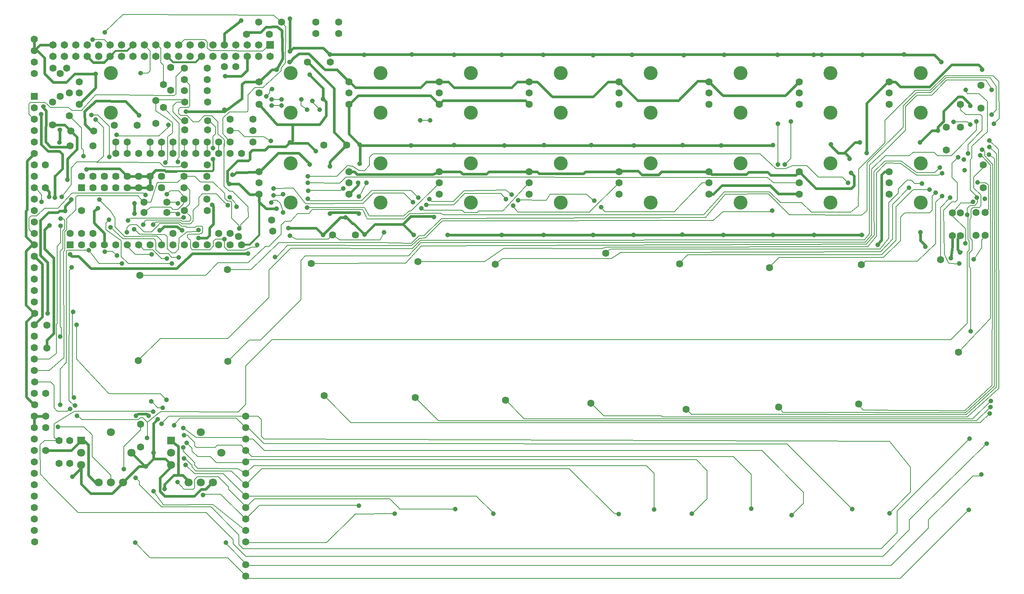
<source format=gbl>
%FSLAX33Y33*%
%MOMM*%
%AMRect-W1650000-H1650000-RO0.500*
21,1,1.65,1.65,0.,0.,270*%
%AMRect-W1600000-H1600000-RO0.500*
21,1,1.6,1.6,0.,0.,270*%
%ADD10C,0.2032*%
%ADD11C,0.6096*%
%ADD12C,0.381*%
%ADD13C,1.0668*%
%ADD14C,1.6*%
%ADD15C,1.6*%
%ADD16R,1.8X1.8*%
%ADD17C,1.8*%
%ADD18C,1.6*%
%ADD19C,3.1*%
%ADD20C,1.6*%
%ADD21R,1.62X1.62*%
%ADD22C,1.62*%
%ADD23R,1.6X1.6*%
%ADD24C,1.65*%
%ADD25Rect-W1650000-H1650000-RO0.500*%
%ADD26Rect-W1600000-H1600000-RO0.500*%
D10*
%LNbottom copper_traces*%
G01*
X217325Y97446D02*
X215300Y99471D01*
D11*
X40080Y21850D02*
X41050Y21850D01*
D10*
X23580Y80055D02*
X24275Y80750D01*
X203350Y76525D02*
X203350Y85675D01*
D11*
X1118Y78082D02*
X1118Y83764D01*
D10*
X151750Y82900D02*
X151950Y83100D01*
D11*
X63975Y118775D02*
X67600Y115150D01*
X54480Y124675D02*
X53323Y123518D01*
D10*
X33201Y88236D02*
X32489Y87525D01*
X39932Y78754D02*
X40168Y78754D01*
X48481Y9609D02*
X49403Y8687D01*
X205249Y74143D02*
X205150Y83950D01*
D11*
X50952Y95297D02*
X50952Y96791D01*
X161750Y92425D02*
X161250Y91925D01*
D10*
X152550Y26050D02*
X150125Y28475D01*
D11*
X213625Y115487D02*
X212812Y116300D01*
D10*
X204750Y92116D02*
X203961Y91700D01*
D11*
X90125Y112500D02*
X95050Y112500D01*
D10*
X206725Y55150D02*
X55875Y55150D01*
D11*
X29973Y92837D02*
X31962Y92837D01*
D10*
X211487Y77244D02*
X211487Y75038D01*
X77531Y93931D02*
X77531Y95719D01*
D11*
X75013Y109450D02*
X73063Y107500D01*
D10*
X184800Y17450D02*
X170325Y31925D01*
X35515Y106820D02*
X37309Y106820D01*
X38890Y99125D02*
X38915Y99100D01*
X111869Y37531D02*
X211506Y37531D01*
X210375Y84395D02*
X210959Y84980D01*
X203350Y85675D02*
X204750Y87075D01*
X213041Y84548D02*
X213375Y84955D01*
X126825Y41025D02*
X129600Y38250D01*
D11*
X72939Y100878D02*
X75336Y98480D01*
D10*
X203350Y87821D02*
X202564Y87035D01*
X37031Y88975D02*
X36244Y88975D01*
X188245Y75845D02*
X190175Y78165D01*
X64025Y83175D02*
X64850Y84075D01*
D11*
X65672Y79930D02*
X67158Y78445D01*
X45925Y90215D02*
X45925Y92630D01*
X96350Y111200D02*
X95050Y112500D01*
D10*
X85600Y72175D02*
X89050Y76000D01*
D11*
X75013Y109450D02*
X91040Y109450D01*
D10*
X199250Y72600D02*
X203350Y76525D01*
X211421Y95537D02*
X211027Y95144D01*
D11*
X6350Y86900D02*
X6350Y87975D01*
D10*
X41430Y120040D02*
X42095Y119375D01*
X2325Y82632D02*
X3532Y82632D01*
D11*
X169890Y109400D02*
X172990Y112500D01*
X74411Y111225D02*
X73063Y112573D01*
D10*
X50586Y82400D02*
X48925Y80739D01*
X21110Y99125D02*
X21135Y99100D01*
X52050Y111175D02*
X53869Y111175D01*
X30000Y108466D02*
X30000Y106050D01*
X131225Y75300D02*
X129975Y74750D01*
X53462Y37338D02*
X53462Y33649D01*
X199075Y91700D02*
X195525Y94394D01*
X17675Y104571D02*
X19700Y102571D01*
D11*
X91610Y91935D02*
X93040Y92500D01*
D10*
X23580Y79025D02*
X23580Y80055D01*
X86710Y88375D02*
X88525Y86560D01*
X207005Y91200D02*
X207005Y94417D01*
X28138Y36771D02*
X28136Y36771D01*
X19700Y95750D02*
X19700Y102571D01*
X48411Y101665D02*
X49787Y100290D01*
D11*
X10350Y90750D02*
X10350Y95315D01*
D12*
X49075Y76290D02*
X50850Y76290D01*
D10*
X195050Y87787D02*
X192900Y85637D01*
X162325Y17525D02*
X162325Y25200D01*
D11*
X98250Y91950D02*
X97700Y92500D01*
X5850Y53320D02*
X5850Y55085D01*
X50584Y94929D02*
X50952Y95297D01*
X50648Y123518D02*
X50177Y123047D01*
D10*
X35113Y105412D02*
X35113Y106418D01*
X7395Y44975D02*
X6650Y45720D01*
D11*
X7600Y91600D02*
X7700Y91600D01*
D10*
X126415Y83475D02*
X132990Y90000D01*
X75225Y92785D02*
X76385Y92785D01*
X36335Y121905D02*
X35080Y120650D01*
X205819Y112875D02*
X202494Y109550D01*
D11*
X176740Y88750D02*
X184600Y88750D01*
X32241Y92558D02*
X34620Y92608D01*
D10*
X43513Y87570D02*
X44094Y86989D01*
X36550Y28725D02*
X38100Y27175D01*
X38350Y21850D02*
X38675Y22175D01*
X31270Y99125D02*
X31295Y99100D01*
X62300Y64075D02*
X62300Y72800D01*
D11*
X39484Y77750D02*
X41320Y77750D01*
D10*
X39573Y85088D02*
X39573Y86757D01*
X140725Y74525D02*
X133325Y74525D01*
D11*
X8718Y101479D02*
X8718Y99383D01*
D10*
X36150Y30322D02*
X36150Y31164D01*
X45300Y75743D02*
X45300Y77485D01*
D11*
X5646Y106050D02*
X5021Y106675D01*
D10*
X88250Y72475D02*
X103085Y72475D01*
X166450Y88000D02*
X156325Y87975D01*
X210007Y76581D02*
X210007Y79821D01*
X13500Y97700D02*
X13500Y102220D01*
X44964Y100975D02*
X44964Y104395D01*
X28750Y99105D02*
X28750Y96585D01*
X40400Y80254D02*
X40400Y78990D01*
D11*
X16281Y81130D02*
X18635Y78777D01*
D10*
X63250Y73750D02*
X86166Y73750D01*
X164300Y96500D02*
X167900Y93200D01*
X32850Y102425D02*
X30716Y100429D01*
D11*
X3000Y58420D02*
X4819Y60239D01*
X59792Y119232D02*
X59792Y126594D01*
D10*
X59848Y78303D02*
X61204Y77475D01*
X5950Y107425D02*
X5939Y107425D01*
X44964Y104395D02*
X46344Y105775D01*
X50535Y28475D02*
X50000Y27940D01*
X31295Y76265D02*
X31295Y77184D01*
D11*
X58077Y123926D02*
X58179Y117642D01*
X26225Y26925D02*
X27844Y26925D01*
D10*
X135170Y75725D02*
X188245Y75845D01*
D11*
X41050Y21850D02*
X42700Y23500D01*
D10*
X13544Y106106D02*
X16675Y109568D01*
D11*
X84952Y80848D02*
X86654Y82550D01*
D10*
X210384Y109865D02*
X210015Y110693D01*
D11*
X41365Y77750D02*
X41953Y78337D01*
D10*
X42129Y29118D02*
X43450Y27797D01*
X77040Y81961D02*
X85203Y81961D01*
X32680Y100255D02*
X32659Y95136D01*
X24975Y127425D02*
X56185Y127325D01*
X42725Y100400D02*
X43300Y100975D01*
X190175Y78165D02*
X190225Y92275D01*
X195550Y77200D02*
X191700Y73450D01*
D11*
X12875Y73700D02*
X11287Y73700D01*
D10*
X53275Y55050D02*
X62300Y64075D01*
X214817Y105756D02*
X214825Y105990D01*
X129125Y75375D02*
X130250Y75700D01*
X147925Y39675D02*
X149025Y38550D01*
X45350Y87633D02*
X45350Y86600D01*
X196102Y107152D02*
X199060Y110109D01*
X192325Y94400D02*
X195525Y94394D01*
X33725Y101150D02*
X33725Y103400D01*
X3000Y78825D02*
X3000Y78740D01*
D11*
X213625Y115200D02*
X213625Y115487D01*
D10*
X40400Y80254D02*
X40259Y80395D01*
X33550Y74460D02*
X32560Y75400D01*
X39017Y33388D02*
X49504Y33388D01*
X64025Y83175D02*
X61525Y83175D01*
X31700Y116200D02*
X31150Y116750D01*
D11*
X1118Y74803D02*
X1118Y62872D01*
D10*
X44440Y20800D02*
X50000Y15240D01*
X38675Y22175D02*
X38675Y24103D01*
X169875Y93200D02*
X171625Y93825D01*
D11*
X196418Y118445D02*
X196309Y118554D01*
D10*
X30844Y94500D02*
X31827Y93593D01*
D11*
X67218Y108687D02*
X67837Y108068D01*
D10*
X18950Y79650D02*
X22325Y77200D01*
X6300Y48260D02*
X9625Y51215D01*
X57350Y76772D02*
X79951Y76746D01*
D11*
X50925Y87400D02*
X52990Y87500D01*
D10*
X41430Y120040D02*
X41430Y121394D01*
X202277Y110109D02*
X205600Y113432D01*
X25224Y109526D02*
X34092Y109464D01*
X214246Y96946D02*
X213925Y97367D01*
D11*
X93823Y108333D02*
X112157Y108333D01*
D10*
X11358Y87733D02*
X8225Y84400D01*
X10745Y41625D02*
X12052Y40318D01*
X166975Y83600D02*
X156055Y83600D01*
X215500Y59875D02*
X215500Y93910D01*
X38675Y91505D02*
X36439Y91505D01*
X89775Y83231D02*
X93401Y83231D01*
D11*
X4350Y73900D02*
X4350Y81729D01*
D10*
X217450Y104375D02*
X217387Y112062D01*
X4325Y31725D02*
X4350Y25250D01*
X42835Y77064D02*
X42835Y75969D01*
X213925Y93434D02*
X213925Y94005D01*
D11*
X187975Y107735D02*
X192900Y112660D01*
D10*
X50547Y35560D02*
X54030Y32077D01*
X203961Y91700D02*
X199075Y91700D01*
X27350Y75150D02*
X27050Y75430D01*
D11*
X5546Y99139D02*
X5646Y106050D01*
D10*
X8825Y76780D02*
X8076Y75881D01*
X86969Y75375D02*
X88869Y77275D01*
D11*
X192000Y92500D02*
X192990Y92500D01*
D10*
X23926Y72051D02*
X22340Y73650D01*
X90825Y86425D02*
X91350Y85900D01*
X35901Y82200D02*
X36244Y82190D01*
X213760Y95900D02*
X215500Y93910D01*
X152550Y19750D02*
X152550Y26050D01*
X21000Y82190D02*
X19982Y83763D01*
X171150Y95475D02*
X169800Y94125D01*
X30000Y108466D02*
X35959Y108466D01*
D11*
X30939Y21432D02*
X30939Y24380D01*
D10*
X140800Y17375D02*
X140800Y25450D01*
X49590Y28350D02*
X50000Y27940D01*
D11*
X7290Y56525D02*
X7290Y73335D01*
D10*
X47193Y10719D02*
X47193Y9779D01*
D11*
X15550Y20950D02*
X20300Y20950D01*
X172990Y92500D02*
X176740Y88750D01*
D10*
X13500Y102220D02*
X10800Y104920D01*
X202184Y110637D02*
X198837Y110637D01*
X41100Y69475D02*
X43850Y72225D01*
X206731Y113864D02*
X205410Y113864D01*
D11*
X29550Y36555D02*
X30485Y37490D01*
D10*
X81991Y19736D02*
X84277Y17450D01*
D11*
X16675Y114249D02*
X12010Y114249D01*
D10*
X50000Y17780D02*
X51956Y19736D01*
D11*
X11287Y73700D02*
X10975Y74375D01*
D10*
X31525Y39990D02*
X30485Y39990D01*
X10219Y82185D02*
X10219Y79619D01*
X92850Y37125D02*
X212400Y37125D01*
X50000Y33020D02*
X51605Y33020D01*
X98568Y83450D02*
X98118Y83900D01*
X211218Y82313D02*
X211218Y84218D01*
X22725Y77600D02*
X29710Y77600D01*
X30000Y120550D02*
X30525Y120550D01*
D11*
X208255Y77589D02*
X208879Y78315D01*
D10*
X85607Y76074D02*
X59312Y76150D01*
X33359Y84600D02*
X33869Y84090D01*
X53085Y18325D02*
X75150Y18325D01*
X101397Y20320D02*
X101397Y20210D01*
X62300Y107225D02*
X63700Y106325D01*
X36150Y30322D02*
X38675Y27797D01*
X12552Y87162D02*
X26075Y87127D01*
X214550Y112875D02*
X215775Y110950D01*
X169425Y38975D02*
X209975Y38900D01*
X214246Y96061D02*
X216021Y94119D01*
D11*
X84952Y80848D02*
X87351Y78450D01*
D10*
X33550Y74460D02*
X34310Y74460D01*
X9751Y81714D02*
X9280Y82085D01*
X45600Y9830D02*
X50114Y5316D01*
X33850Y105743D02*
X35768Y103825D01*
D11*
X16675Y111186D02*
X16675Y114249D01*
D10*
X9342Y82085D02*
X8894Y82085D01*
X206790Y96050D02*
X212429Y101714D01*
X88869Y77275D02*
X187500Y77375D01*
D11*
X153111Y87500D02*
X153896Y87500D01*
D10*
X149025Y38550D02*
X210150Y38475D01*
D12*
X40111Y118110D02*
X38851Y116850D01*
D10*
X53590Y26450D02*
X50000Y22860D01*
X8875Y80445D02*
X8875Y76830D01*
X196647Y106985D02*
X196647Y101722D01*
X33300Y72050D02*
X32575Y72050D01*
X43306Y77535D02*
X42835Y77064D01*
D11*
X204591Y116916D02*
X203062Y118445D01*
D10*
X215875Y45000D02*
X216021Y94119D01*
X32560Y78100D02*
X32091Y78543D01*
D11*
X59848Y98880D02*
X60401Y99434D01*
D10*
X34809Y83075D02*
X34862Y82782D01*
X37532Y109523D02*
X37532Y111835D01*
X32560Y75400D02*
X32560Y78100D01*
X210009Y105192D02*
X208875Y106325D01*
X10400Y75050D02*
X15100Y75050D01*
X30950Y74250D02*
X30050Y75150D01*
X205249Y74143D02*
X206216Y72150D01*
D11*
X53078Y92436D02*
X57165Y96675D01*
D10*
X110475Y83475D02*
X109525Y84740D01*
X11215Y89574D02*
X11215Y93324D01*
X77451Y82650D02*
X85175Y82650D01*
X72580Y93826D02*
X73685Y93775D01*
X106725Y87625D02*
X107865Y86400D01*
X55200Y64575D02*
X55200Y70675D01*
X12400Y50825D02*
X19575Y43100D01*
X22887Y26388D02*
X22887Y31355D01*
X92850Y37125D02*
X87675Y42300D01*
X13574Y37352D02*
X12675Y38225D01*
X13500Y97700D02*
X13925Y97275D01*
X214246Y96061D02*
X214246Y96946D01*
X5270Y32700D02*
X8500Y32700D01*
D11*
X50925Y87400D02*
X48515Y89810D01*
D10*
X54225Y32077D02*
X170325Y31925D01*
X191211Y8687D02*
X194775Y12251D01*
X26625Y114422D02*
X28247Y114422D01*
X207725Y85806D02*
X208154Y86236D01*
X31295Y99100D02*
X31295Y96585D01*
X43325Y102400D02*
X42875Y102850D01*
D11*
X75336Y98349D02*
X167005Y98349D01*
D10*
X10553Y106820D02*
X6579Y106790D01*
X39573Y86757D02*
X40386Y87570D01*
D11*
X5330Y75295D02*
X5330Y79580D01*
D10*
X203775Y96050D02*
X206751Y96050D01*
X208154Y90050D02*
X207005Y91200D01*
X45205Y98850D02*
X45200Y96530D01*
X95575Y96500D02*
X164300Y96500D01*
D11*
X34600Y70950D02*
X15625Y70950D01*
D12*
X52990Y78430D02*
X50850Y76290D01*
D10*
X207162Y82615D02*
X207162Y83531D01*
X131595Y75725D02*
X135170Y75725D01*
X63825Y90000D02*
X70945Y89949D01*
X210375Y58800D02*
X206725Y55150D01*
D11*
X8225Y83400D02*
X8615Y83790D01*
D10*
X35878Y80876D02*
X37694Y80876D01*
X153850Y81645D02*
X93701Y81594D01*
X117628Y87525D02*
X125700Y87525D01*
X53774Y119304D02*
X55121Y120650D01*
X213680Y101717D02*
X213680Y104817D01*
D12*
X42829Y95325D02*
X42829Y93010D01*
D10*
X37694Y80876D02*
X38346Y81528D01*
D11*
X45925Y92630D02*
X48225Y94929D01*
D10*
X199212Y109550D02*
X196647Y106985D01*
X199060Y110109D02*
X202277Y110109D01*
X110475Y86190D02*
X116793Y86165D01*
D11*
X18491Y116761D02*
X19840Y118110D01*
D10*
X195050Y88687D02*
X195050Y87787D01*
X35067Y93593D02*
X36358Y94045D01*
X214348Y78450D02*
X214348Y78148D01*
X195550Y82425D02*
X195550Y77200D01*
X45950Y86000D02*
X46550Y86000D01*
D11*
X23670Y91515D02*
X28750Y91515D01*
D10*
X210490Y98527D02*
X213680Y101717D01*
X142338Y38250D02*
X142613Y37975D01*
X53818Y111175D02*
X57915Y114897D01*
X91350Y85900D02*
X96118Y85900D01*
X210795Y71390D02*
X210959Y71225D01*
X21325Y100725D02*
X21595Y100455D01*
X38675Y27175D02*
X38675Y27797D01*
X35768Y103825D02*
X36700Y103825D01*
D11*
X45265Y123215D02*
X45240Y120650D01*
D10*
X49403Y8687D02*
X191211Y8687D01*
X23650Y99125D02*
X23650Y96585D01*
X204400Y84500D02*
X206550Y86736D01*
X40919Y121905D02*
X36335Y121905D01*
X69310Y78385D02*
X68400Y77475D01*
D11*
X58910Y98052D02*
X59848Y98990D01*
D10*
X41455Y99100D02*
X41455Y96585D01*
X60000Y81525D02*
X60000Y81510D01*
X54125Y30500D02*
X164700Y30500D01*
X140800Y25450D02*
X139100Y27150D01*
X188125Y94400D02*
X196102Y102377D01*
X32791Y74250D02*
X33616Y73425D01*
X193075Y16575D02*
X197750Y21250D01*
X186950Y82875D02*
X188125Y83850D01*
D11*
X199945Y77200D02*
X201016Y76129D01*
D10*
X149250Y16450D02*
X152550Y19750D01*
D11*
X73979Y81000D02*
X76417Y78562D01*
X34600Y70950D02*
X38163Y74252D01*
X205075Y105945D02*
X208330Y109200D01*
D10*
X188575Y78685D02*
X188575Y93900D01*
D11*
X3000Y35650D02*
X3000Y38100D01*
D10*
X46494Y86829D02*
X47506Y85817D01*
D11*
X27844Y26925D02*
X29550Y28631D01*
D10*
X213100Y24800D02*
X213475Y25175D01*
X36244Y85408D02*
X36244Y87089D01*
D11*
X92990Y107500D02*
X91040Y109450D01*
D10*
X111869Y37531D02*
X107850Y41650D01*
X36358Y99100D02*
X36358Y96585D01*
X43850Y72225D02*
X50475Y72250D01*
X69327Y78445D02*
X70882Y77334D01*
X45250Y77950D02*
X45665Y77535D01*
D11*
X46280Y89710D02*
X45925Y90215D01*
D10*
X215094Y89514D02*
X215094Y84166D01*
X42095Y119375D02*
X42344Y119375D01*
D11*
X3000Y96520D02*
X1374Y94894D01*
D10*
X32659Y95136D02*
X32106Y94583D01*
X215350Y38725D02*
X213268Y36718D01*
X34500Y109796D02*
X34500Y113655D01*
X208450Y52325D02*
X215500Y59875D01*
X37594Y85350D02*
X37594Y88411D01*
X3000Y50800D02*
X6300Y50800D01*
D11*
X50320Y115011D02*
X49025Y113716D01*
X161250Y91925D02*
X153565Y91925D01*
D10*
X27606Y37352D02*
X27186Y37771D01*
X209975Y38900D02*
X216375Y44800D01*
D11*
X74200Y92500D02*
X74765Y91935D01*
D10*
X164700Y30500D02*
X173975Y21225D01*
X197450Y88925D02*
X193750Y85225D01*
X186200Y89525D02*
X186200Y93050D01*
X17146Y105100D02*
X15750Y105100D01*
D11*
X65672Y79930D02*
X59390Y79930D01*
D10*
X103085Y72475D02*
X107435Y75500D01*
X8076Y75881D02*
X8096Y58714D01*
X194500Y77225D02*
X191300Y74075D01*
X213094Y90050D02*
X214151Y90050D01*
D11*
X130531Y112500D02*
X127200Y109169D01*
D10*
X9566Y74725D02*
X9625Y51215D01*
X30000Y106050D02*
X32675Y104300D01*
D11*
X166650Y91750D02*
X165975Y92425D01*
D10*
X208963Y85550D02*
X211675Y85550D01*
X128775Y84750D02*
X129825Y83625D01*
X50000Y40800D02*
X48300Y39100D01*
D11*
X50475Y74261D02*
X38163Y74252D01*
X70340Y115150D02*
X67600Y115150D01*
X14434Y93200D02*
X21985Y93200D01*
D10*
X187725Y72600D02*
X186855Y71730D01*
X32675Y104300D02*
X33725Y103400D01*
X35515Y105010D02*
X35113Y105412D01*
X6300Y50800D02*
X7900Y52075D01*
X29554Y21488D02*
X31694Y18426D01*
D11*
X11520Y24654D02*
X13400Y26534D01*
D10*
X25225Y79675D02*
X25265Y79725D01*
X211825Y88813D02*
X211825Y91334D01*
X12552Y87162D02*
X12227Y86902D01*
X121925Y26450D02*
X53590Y26450D01*
X201752Y13259D02*
X201752Y15123D01*
D11*
X59848Y98880D02*
X63795Y98880D01*
D10*
X36275Y33921D02*
X37067Y33921D01*
X215775Y110950D02*
X215775Y110675D01*
X26090Y37352D02*
X26510Y37771D01*
D11*
X12010Y114249D02*
X10130Y112370D01*
D10*
X31325Y73150D02*
X29325Y75150D01*
X156575Y87500D02*
X166175Y87575D01*
D11*
X199945Y78990D02*
X199945Y77187D01*
D10*
X78025Y88350D02*
X86710Y88375D01*
X30050Y75150D02*
X30050Y77035D01*
X201975Y83328D02*
X196453Y83328D01*
D11*
X5546Y99139D02*
X6567Y97996D01*
X185250Y91535D02*
X184510Y92275D01*
D10*
X21595Y100455D02*
X22320Y100455D01*
D12*
X42596Y92701D02*
X34528Y92701D01*
D11*
X185379Y98990D02*
X186495Y98990D01*
X5560Y30485D02*
X11185Y30485D01*
D10*
X211125Y57325D02*
X211125Y70881D01*
D11*
X6000Y60960D02*
X5950Y72050D01*
D10*
X51355Y29125D02*
X158400Y29125D01*
D11*
X11185Y30485D02*
X13400Y32700D01*
X2515Y76200D02*
X1118Y74803D01*
D10*
X50000Y15240D02*
X53085Y18325D01*
X58449Y83650D02*
X58297Y83750D01*
D11*
X165975Y92425D02*
X161750Y92425D01*
D10*
X69310Y78400D02*
X69310Y78385D01*
D11*
X152990Y112600D02*
X150450Y112600D01*
X93823Y108333D02*
X92990Y107500D01*
D10*
X129825Y83625D02*
X145275Y83600D01*
X32863Y38100D02*
X52700Y38100D01*
X70882Y77334D02*
X79866Y77334D01*
D11*
X60477Y117748D02*
X59848Y116675D01*
D10*
X77531Y95719D02*
X78307Y96495D01*
X42344Y119375D02*
X53774Y119304D01*
D11*
X51511Y97350D02*
X54289Y97350D01*
X14240Y103035D02*
X15750Y101525D01*
D10*
X131225Y75300D02*
X190975Y75300D01*
D11*
X152990Y112500D02*
X156090Y109400D01*
D10*
X205625Y113406D02*
X215419Y113406D01*
D11*
X4500Y98608D02*
X6035Y97073D01*
D10*
X186411Y40452D02*
X185725Y41225D01*
X197900Y90637D02*
X197000Y90637D01*
D11*
X183134Y96745D02*
X185379Y98990D01*
D10*
X33725Y101150D02*
X32953Y100528D01*
X48300Y39100D02*
X31126Y39125D01*
X58903Y124751D02*
X57970Y125760D01*
X19575Y43100D02*
X30999Y43150D01*
X52700Y31925D02*
X54125Y30500D01*
X37309Y106820D02*
X37552Y107150D01*
X50549Y84666D02*
X50574Y82400D01*
X30716Y100429D02*
X29011Y100425D01*
X211218Y84218D02*
X211748Y84548D01*
D11*
X9300Y93200D02*
X9300Y96365D01*
D10*
X18390Y102310D02*
X16650Y104050D01*
X28136Y36771D02*
X29716Y38024D01*
X50034Y4953D02*
X193446Y4953D01*
D11*
X212762Y116250D02*
X206850Y116250D01*
D10*
X55121Y120650D02*
X55400Y120650D01*
X36906Y32207D02*
X38100Y31013D01*
X89603Y83160D02*
X89775Y83231D01*
X212429Y101714D02*
X212421Y103750D01*
X6700Y22725D02*
X12725Y16700D01*
X58100Y87250D02*
X58304Y87454D01*
X63475Y88325D02*
X71046Y88325D01*
D11*
X28408Y38238D02*
X28005Y38640D01*
D10*
X28775Y114950D02*
X28775Y119335D01*
X195675Y94875D02*
X196825Y94000D01*
X1850Y107620D02*
X1850Y105290D01*
X37373Y77535D02*
X37008Y77900D01*
D11*
X212812Y116300D02*
X212762Y116250D01*
D10*
X45205Y89225D02*
X45205Y98850D01*
X202564Y83917D02*
X201975Y83328D01*
X186150Y84850D02*
X186200Y89525D01*
X131950Y16425D02*
X121925Y26450D01*
X47064Y88152D02*
X50549Y84666D01*
X15981Y121900D02*
X18590Y121900D01*
D11*
X6035Y97073D02*
X8592Y97073D01*
D10*
X38163Y75146D02*
X37694Y75616D01*
D11*
X156090Y109400D02*
X169890Y109400D01*
D10*
X22887Y31355D02*
X26613Y35081D01*
X210009Y105192D02*
X213297Y105192D01*
X214616Y89960D02*
X215094Y89514D01*
X31000Y55425D02*
X46050Y55425D01*
X19982Y83763D02*
X19982Y83763D01*
X205150Y83950D02*
X207006Y85806D01*
X60000Y75475D02*
X86969Y75375D01*
D11*
X48225Y94929D02*
X50584Y94929D01*
X104025Y92500D02*
X103475Y91950D01*
D10*
X46850Y82190D02*
X48600Y80440D01*
D11*
X58179Y117642D02*
X56856Y115189D01*
D10*
X36601Y80395D02*
X35866Y80395D01*
X11475Y42700D02*
X11850Y42325D01*
X30950Y74250D02*
X32791Y74250D01*
X208875Y106325D02*
X208875Y107515D01*
D11*
X68786Y118554D02*
X196309Y118554D01*
D10*
X109525Y84740D02*
X109400Y84950D01*
X205819Y112875D02*
X214550Y112875D01*
X32575Y41574D02*
X30999Y43150D01*
X93401Y83231D02*
X93832Y82900D01*
X41430Y121394D02*
X40919Y121905D01*
D11*
X71009Y82296D02*
X72415Y82296D01*
X52990Y87500D02*
X52990Y85706D01*
D10*
X215419Y113406D02*
X216775Y111450D01*
X211426Y98238D02*
X214817Y101404D01*
D11*
X110372Y112500D02*
X109072Y111200D01*
D12*
X19840Y118110D02*
X21022Y119393D01*
D10*
X27360Y81100D02*
X27549Y81466D01*
X9085Y75104D02*
X8806Y74850D01*
X1852Y82260D02*
X2325Y82632D01*
X50547Y35560D02*
X50000Y35560D01*
X101475Y83450D02*
X98568Y83450D01*
D11*
X110372Y112500D02*
X114800Y112500D01*
D10*
X189100Y78450D02*
X189075Y93050D01*
D11*
X38600Y20371D02*
X40080Y21850D01*
D10*
X197750Y21250D02*
X197750Y26825D01*
D11*
X6567Y97996D02*
X10527Y97996D01*
X191300Y82875D02*
X191275Y82900D01*
X32171Y28631D02*
X33503Y27300D01*
D10*
X216375Y44800D02*
X216450Y95400D01*
X35113Y106418D02*
X35515Y106820D01*
D11*
X208330Y109200D02*
X209297Y109200D01*
D10*
X10125Y74775D02*
X10400Y75050D01*
D11*
X141750Y91846D02*
X138054Y91846D01*
D10*
X15875Y29150D02*
X15875Y33950D01*
X43933Y24689D02*
X46193Y22428D01*
X168500Y73450D02*
X166450Y71300D01*
X55875Y55150D02*
X50000Y49275D01*
X56225Y87250D02*
X58100Y87250D01*
X8750Y48675D02*
X10125Y50050D01*
X18650Y123575D02*
X22750Y127425D01*
D11*
X69615Y101305D02*
X69615Y111059D01*
D10*
X50225Y105775D02*
X50500Y106050D01*
X19982Y83763D02*
X17570Y86175D01*
X210807Y77114D02*
X210795Y76797D01*
X30525Y120550D02*
X31150Y119925D01*
D11*
X179928Y98445D02*
X181701Y96672D01*
D10*
X101775Y83750D02*
X101475Y83450D01*
X39040Y80395D02*
X38784Y80139D01*
X133325Y74525D02*
X131325Y73200D01*
X86848Y76593D02*
X88486Y78232D01*
D11*
X57165Y96675D02*
X61775Y96675D01*
D10*
X212091Y84980D02*
X211000Y84955D01*
X63825Y91450D02*
X70255Y91501D01*
X86870Y76023D02*
X88593Y77693D01*
X13925Y97275D02*
X13925Y95975D01*
D11*
X187975Y96660D02*
X187975Y107735D01*
D10*
X34824Y90125D02*
X36309Y91505D01*
D11*
X41953Y79992D02*
X42835Y80874D01*
D10*
X88991Y76750D02*
X187650Y76850D01*
D11*
X49195Y108751D02*
X49195Y111956D01*
D10*
X210375Y58800D02*
X210375Y74625D01*
X166175Y87575D02*
X170800Y82950D01*
D11*
X36794Y105855D02*
X45244Y105855D01*
D10*
X42012Y75146D02*
X42835Y75969D01*
X16940Y94525D02*
X18390Y95975D01*
D11*
X29550Y28631D02*
X32171Y28631D01*
X153896Y87500D02*
X155804Y89408D01*
X28005Y38640D02*
X26154Y38640D01*
D10*
X217350Y44325D02*
X217325Y97310D01*
D11*
X32000Y22000D02*
X32000Y23000D01*
X48515Y89810D02*
X46330Y89810D01*
X76417Y78562D02*
X78703Y80848D01*
D10*
X18590Y121900D02*
X19840Y120650D01*
X215875Y45000D02*
X209750Y39350D01*
D11*
X4454Y81729D02*
X6125Y83400D01*
X22700Y23400D02*
X26225Y26925D01*
D12*
X42829Y93010D02*
X42596Y92701D01*
D10*
X216831Y44556D02*
X216906Y96450D01*
X59312Y76150D02*
X56847Y73491D01*
X55765Y108550D02*
X57950Y108550D01*
X195558Y2184D02*
X204270Y10897D01*
X29710Y77600D02*
X30050Y77035D01*
X42875Y102850D02*
X41875Y103850D01*
X200325Y89875D02*
X198662Y89875D01*
X197693Y15301D02*
X199725Y17333D01*
X189625Y92500D02*
X189650Y84250D01*
X28885Y84600D02*
X33359Y84600D01*
D11*
X115200Y92050D02*
X114750Y92500D01*
D10*
X34310Y74460D02*
X35125Y75275D01*
X42266Y17975D02*
X48481Y11760D01*
X1852Y79753D02*
X2475Y78825D01*
X35120Y80940D02*
X35789Y80398D01*
X201752Y15123D02*
X211600Y24800D01*
X76385Y92785D02*
X77531Y93931D01*
X26825Y86309D02*
X27409Y85725D01*
D11*
X54991Y98052D02*
X58910Y98052D01*
X4270Y120650D02*
X3000Y119380D01*
D10*
X6650Y45720D02*
X3000Y45720D01*
X37513Y81470D02*
X37795Y81753D01*
D11*
X94889Y78450D02*
X187147Y78450D01*
D10*
X46344Y105775D02*
X50225Y105775D01*
D11*
X208767Y74524D02*
X208255Y75188D01*
D10*
X199075Y92300D02*
X203175Y92350D01*
X9762Y79162D02*
X9762Y75071D01*
X210959Y81877D02*
X210959Y77771D01*
X58706Y81525D02*
X60000Y81525D01*
X11358Y87760D02*
X27298Y87760D01*
X44995Y25325D02*
X50000Y20320D01*
X212666Y86761D02*
X212641Y85700D01*
X29350Y39250D02*
X11950Y39250D01*
X50500Y109625D02*
X52050Y111175D01*
X49987Y6985D02*
X191620Y6985D01*
X205410Y113862D02*
X202184Y110637D01*
X208559Y71950D02*
X206216Y72150D01*
X30000Y108466D02*
X30469Y107997D01*
X50000Y20320D02*
X101397Y20320D01*
D11*
X203062Y118445D02*
X196418Y118445D01*
D10*
X35096Y88236D02*
X33201Y88236D01*
X85607Y76074D02*
X86870Y76023D01*
X55500Y110875D02*
X56200Y110875D01*
X9085Y75104D02*
X9356Y75375D01*
D11*
X183134Y96745D02*
X184200Y95679D01*
X74830Y83412D02*
X68895Y83412D01*
D10*
X4325Y31755D02*
X5270Y32700D01*
D11*
X18635Y76265D02*
X18635Y78777D01*
D10*
X62300Y108550D02*
X62300Y107225D01*
X63850Y86525D02*
X64300Y86075D01*
D11*
X3000Y76200D02*
X2515Y76200D01*
D10*
X86166Y73750D02*
X88991Y76750D01*
X37067Y33921D02*
X38675Y32313D01*
X45925Y50250D02*
X50725Y55050D01*
X38100Y26870D02*
X38930Y25913D01*
X86701Y76593D02*
X86848Y76593D01*
X215575Y41525D02*
X211506Y37531D01*
D11*
X4819Y60239D02*
X4819Y71931D01*
D10*
X184425Y83475D02*
X186150Y84850D01*
D11*
X33500Y32500D02*
X33516Y32513D01*
D10*
X38100Y30322D02*
X39304Y29118D01*
D11*
X150450Y112600D02*
X146175Y108325D01*
D10*
X24409Y82190D02*
X24345Y82190D01*
D11*
X166548Y89408D02*
X168351Y87605D01*
D10*
X22320Y100455D02*
X29011Y100425D01*
X58297Y83650D02*
X57672Y85442D01*
D11*
X5258Y117792D02*
X3670Y119380D01*
X52990Y112500D02*
X49825Y112500D01*
D10*
X31150Y116750D02*
X31150Y119925D01*
X72270Y91274D02*
X165898Y91198D01*
X38625Y25325D02*
X44995Y25325D01*
X189700Y78450D02*
X187963Y76388D01*
D11*
X61880Y118724D02*
X60477Y117748D01*
D10*
X37008Y78337D02*
X37267Y78622D01*
X76026Y84075D02*
X77040Y81961D01*
D11*
X191275Y82900D02*
X191275Y91775D01*
X1374Y94894D02*
X1374Y84020D01*
D10*
X188125Y83850D02*
X188125Y94400D01*
D11*
X52990Y85706D02*
X54559Y84252D01*
D10*
X19700Y102571D02*
X19700Y102571D01*
D11*
X18491Y116761D02*
X16113Y116761D01*
X72415Y82296D02*
X73711Y81000D01*
D10*
X43300Y100975D02*
X43325Y102400D01*
X188575Y93900D02*
X191775Y96850D01*
D11*
X5540Y38100D02*
X3000Y38100D01*
D10*
X35959Y108466D02*
X36429Y107997D01*
X45200Y96530D02*
X45255Y99596D01*
D11*
X209297Y109200D02*
X211106Y107391D01*
D10*
X46550Y86000D02*
X46850Y85700D01*
X78375Y87725D02*
X85175Y87725D01*
X30887Y80940D02*
X35120Y80940D01*
D11*
X35056Y31416D02*
X35056Y25000D01*
X61775Y96675D02*
X63885Y94565D01*
X10800Y95755D02*
X12479Y97511D01*
D10*
X57672Y85442D02*
X56957Y86157D01*
X211600Y24800D02*
X213100Y24800D01*
X187725Y72600D02*
X199250Y72600D01*
X36375Y83706D02*
X36334Y84090D01*
X88593Y77693D02*
X89876Y77769D01*
X177325Y91325D02*
X182600Y91325D01*
X57847Y80666D02*
X58706Y81525D01*
X9762Y75071D02*
X9566Y74725D01*
X206831Y113864D02*
X216100Y113813D01*
X186200Y93050D02*
X192036Y98886D01*
D11*
X15000Y31750D02*
X14050Y32700D01*
D10*
X15100Y75050D02*
X17424Y72051D01*
X38675Y31532D02*
X39017Y31189D01*
D12*
X38851Y116850D02*
X33800Y116850D01*
D10*
X202975Y96850D02*
X203775Y96050D01*
X40386Y87570D02*
X43513Y87570D01*
X7395Y39955D02*
X7395Y44975D01*
X89876Y77769D02*
X93701Y81594D01*
X192036Y103879D02*
X192036Y98886D01*
D11*
X127200Y109169D02*
X118131Y109169D01*
D10*
X41430Y99125D02*
X41455Y99100D01*
X32953Y100528D02*
X32683Y100255D01*
D11*
X172240Y91750D02*
X166650Y91750D01*
X207025Y75800D02*
X207025Y78203D01*
D10*
X8100Y39250D02*
X7395Y39955D01*
X215500Y40175D02*
X212400Y37125D01*
X25530Y24390D02*
X26400Y23698D01*
D11*
X4500Y98608D02*
X4500Y105290D01*
D10*
X20390Y74825D02*
X21365Y73850D01*
X98725Y87625D02*
X106725Y87625D01*
D11*
X16113Y116761D02*
X14662Y118212D01*
D10*
X51750Y27150D02*
X50000Y25400D01*
X47506Y85817D02*
X48231Y84494D01*
X34824Y95324D02*
X35200Y95700D01*
X23067Y78108D02*
X21000Y80225D01*
X64931Y107875D02*
X66400Y106406D01*
X36410Y83885D02*
X37795Y82500D01*
X210959Y81877D02*
X211218Y82313D01*
X210795Y75072D02*
X210795Y76797D01*
X198300Y96850D02*
X202975Y96850D01*
X18950Y74825D02*
X20390Y74825D01*
D11*
X48975Y126111D02*
X45265Y123215D01*
D10*
X76075Y85425D02*
X78375Y87725D01*
X210795Y74346D02*
X210795Y71390D01*
X209750Y39350D02*
X187261Y39477D01*
X55575Y99339D02*
X54011Y100264D01*
X132900Y16375D02*
X131950Y16425D01*
X26372Y78593D02*
X32091Y78543D01*
X34050Y36262D02*
X35481Y37694D01*
X30354Y90125D02*
X34824Y90125D01*
X210541Y77381D02*
X210807Y77114D01*
X26335Y69475D02*
X41100Y69475D01*
X210350Y38000D02*
X217350Y44325D01*
D11*
X53323Y123518D02*
X50648Y123518D01*
D10*
X3532Y82632D02*
X5300Y84400D01*
X107115Y83750D02*
X101775Y83750D01*
X39261Y24689D02*
X43933Y24689D01*
X57872Y78599D02*
X57847Y80666D01*
D11*
X68895Y83412D02*
X68700Y83175D01*
D10*
X3000Y88900D02*
X3375Y88900D01*
D11*
X72990Y112500D02*
X70340Y115150D01*
D10*
X173975Y18725D02*
X173975Y21225D01*
X50725Y55050D02*
X53275Y55050D01*
X40168Y78754D02*
X40400Y78986D01*
D11*
X6350Y87975D02*
X5450Y88900D01*
D10*
X202564Y83917D02*
X202564Y87035D01*
D11*
X49195Y111956D02*
X49825Y112500D01*
D10*
X28829Y6596D02*
X46058Y6596D01*
X213760Y95900D02*
X213267Y96450D01*
X152250Y82350D02*
X93550Y82045D01*
X207162Y82615D02*
X210007Y79821D01*
D11*
X97700Y92500D02*
X93040Y92500D01*
D10*
X28730Y99125D02*
X28750Y99105D01*
D11*
X75362Y94445D02*
X75362Y98429D01*
X190475Y76212D02*
X190475Y76290D01*
D10*
X9762Y79162D02*
X10219Y79619D01*
X56185Y127325D02*
X57975Y125755D01*
X5939Y107425D02*
X5425Y107939D01*
X21000Y80225D02*
X21000Y82190D01*
D11*
X15000Y25000D02*
X15000Y31750D01*
D10*
X112704Y92785D02*
X112990Y92500D01*
X46850Y85700D02*
X46850Y82125D01*
D11*
X86654Y82550D02*
X91821Y82550D01*
X5330Y79580D02*
X6300Y80550D01*
X54289Y97350D02*
X54991Y98052D01*
D10*
X207165Y94550D02*
X208340Y95725D01*
X37368Y112000D02*
X36350Y112992D01*
X11950Y39250D02*
X7425Y36475D01*
X50500Y106050D02*
X50500Y109625D01*
X38675Y24103D02*
X39261Y24689D01*
D11*
X13400Y23101D02*
X13400Y27620D01*
D10*
X89070Y84375D02*
X89545Y83900D01*
X34338Y85725D02*
X34925Y85500D01*
X9035Y56135D02*
X9035Y57775D01*
X16675Y109568D02*
X23175Y109568D01*
D11*
X21985Y93200D02*
X23670Y91515D01*
D10*
X11215Y93324D02*
X12479Y94703D01*
X38346Y83902D02*
X39573Y85104D01*
X217387Y112062D02*
X217387Y112525D01*
X211125Y70881D02*
X210959Y71225D01*
D12*
X23617Y119393D02*
X24975Y120650D01*
D11*
X14240Y103035D02*
X14215Y105925D01*
D10*
X216775Y106175D02*
X215775Y105175D01*
X107115Y83750D02*
X112990Y90100D01*
X76026Y84075D02*
X64850Y84075D01*
X55137Y75865D02*
X57872Y78599D01*
X168250Y103131D02*
X168250Y94125D01*
X156055Y83600D02*
X153850Y81645D01*
X196453Y83328D02*
X195550Y82425D01*
X86300Y83775D02*
X86790Y83775D01*
X27186Y37771D02*
X26510Y37771D01*
X37552Y108878D02*
X37532Y109523D01*
X53462Y37338D02*
X52700Y38100D01*
X70255Y91501D02*
X72580Y93826D01*
X45300Y77535D02*
X43306Y77535D01*
X35382Y81346D02*
X29984Y81346D01*
X216775Y111450D02*
X216775Y106175D01*
X44964Y100975D02*
X46514Y99125D01*
X152225Y82350D02*
X156575Y87500D01*
X1852Y79753D02*
X1852Y82260D01*
D11*
X67158Y78400D02*
X67158Y78445D01*
D10*
X210375Y82900D02*
X210541Y82734D01*
D11*
X4350Y81729D02*
X4454Y81729D01*
D10*
X38344Y103600D02*
X39464Y103600D01*
X31300Y17975D02*
X42266Y17975D01*
X64300Y86075D02*
X75725Y86050D01*
X42748Y90235D02*
X39945Y90235D01*
X39568Y26515D02*
X39335Y26515D01*
X213550Y77350D02*
X213550Y75600D01*
D11*
X28651Y91515D02*
X29973Y92837D01*
D10*
X27360Y83425D02*
X27360Y83425D01*
D11*
X75362Y98429D02*
X75438Y98480D01*
X30939Y21432D02*
X32000Y20371D01*
D10*
X187650Y76850D02*
X189100Y78450D01*
D11*
X23675Y88975D02*
X28750Y88975D01*
D10*
X85175Y82650D02*
X86300Y83775D01*
X57900Y115546D02*
X58803Y116675D01*
D11*
X201975Y111375D02*
X206850Y116250D01*
D10*
X101397Y20210D02*
X105181Y16425D01*
X214825Y105990D02*
X214825Y108125D01*
D11*
X88850Y111225D02*
X74411Y111225D01*
D10*
X42012Y75146D02*
X38163Y75146D01*
X46765Y25968D02*
X50000Y22860D01*
D11*
X137200Y92700D02*
X133300Y92700D01*
D10*
X12400Y58250D02*
X12225Y58425D01*
D11*
X1221Y42419D02*
X3127Y40513D01*
D10*
X194775Y12251D02*
X194775Y17025D01*
X11215Y89574D02*
X9100Y86875D01*
X213550Y75600D02*
X211900Y72975D01*
X49104Y31650D02*
X50000Y30500D01*
X212641Y85700D02*
X212091Y84980D01*
X191150Y74725D02*
X140725Y74525D01*
X208963Y85550D02*
X208559Y85087D01*
D11*
X67837Y104974D02*
X66419Y102956D01*
X33400Y26841D02*
X30939Y24380D01*
D10*
X168850Y85600D02*
X166450Y88000D01*
D11*
X103475Y91950D02*
X98250Y91950D01*
D10*
X210415Y103556D02*
X211106Y102865D01*
D11*
X52990Y112500D02*
X55850Y115189D01*
D10*
X8806Y74800D02*
X8806Y58004D01*
X31126Y39125D02*
X29701Y38024D01*
X26075Y87127D02*
X26825Y86309D01*
D11*
X1221Y59106D02*
X1221Y42419D01*
D10*
X55350Y109995D02*
X55350Y110725D01*
X25765Y80750D02*
X27394Y79121D01*
X21135Y99100D02*
X21135Y96585D01*
D11*
X67837Y104974D02*
X67837Y108068D01*
D10*
X63825Y86500D02*
X63850Y86525D01*
X88875Y103900D02*
X90925Y103900D01*
X33869Y84090D02*
X34925Y84090D01*
X29068Y79121D02*
X30505Y80559D01*
X107065Y73200D02*
X105300Y71925D01*
D11*
X153565Y91925D02*
X152990Y92500D01*
D10*
X42758Y18467D02*
X49911Y12700D01*
X214151Y90050D02*
X214616Y89960D01*
X49987Y5000D02*
X50034Y4953D01*
X46058Y6596D02*
X50114Y2540D01*
X93832Y82900D02*
X151750Y82900D01*
X37267Y78622D02*
X39774Y78622D01*
D11*
X3075Y60960D02*
X1221Y59106D01*
D10*
X55765Y107225D02*
X57750Y107225D01*
X27360Y83425D02*
X28885Y84600D01*
X198662Y89875D02*
X197900Y90637D01*
D11*
X50320Y118175D02*
X50320Y115011D01*
D10*
X36275Y21850D02*
X34825Y23500D01*
X37694Y77354D02*
X37513Y77535D01*
X197510Y12875D02*
X197510Y15123D01*
X38625Y25325D02*
X36650Y27300D01*
X210150Y38475D02*
X216831Y44556D01*
D11*
X12875Y73700D02*
X15625Y70950D01*
D10*
X32500Y83425D02*
X34459Y83425D01*
D11*
X12479Y100206D02*
X12479Y97511D01*
X112990Y107500D02*
X112157Y108333D01*
X9850Y83790D02*
X9850Y84825D01*
X137150Y108325D02*
X133075Y112400D01*
D10*
X210384Y109865D02*
X212985Y109865D01*
D11*
X50952Y96791D02*
X51511Y97350D01*
D10*
X51956Y19736D02*
X81991Y19736D01*
D11*
X45244Y105855D02*
X49195Y108751D01*
D10*
X167325Y90050D02*
X173025Y90050D01*
D11*
X30887Y79481D02*
X30999Y79481D01*
D10*
X18390Y95975D02*
X18390Y102310D01*
X45255Y99596D02*
X45255Y99596D01*
D11*
X63706Y116969D02*
X69615Y111059D01*
D10*
X2169Y107939D02*
X5425Y107939D01*
X197510Y15123D02*
X197693Y15301D01*
X43995Y99125D02*
X43995Y96585D01*
X45255Y99596D02*
X43800Y100849D01*
X50114Y2083D02*
X195457Y2083D01*
D11*
X5330Y75295D02*
X7290Y73335D01*
X133100Y92500D02*
X125500Y92500D01*
X138054Y91846D02*
X137200Y92700D01*
D10*
X29984Y81346D02*
X29470Y80832D01*
D11*
X191300Y77375D02*
X191300Y82875D01*
D10*
X197750Y26825D02*
X193066Y32525D01*
D11*
X10800Y95755D02*
X10360Y95315D01*
X26311Y105000D02*
X23361Y108150D01*
D10*
X107435Y75500D02*
X129125Y75375D01*
X148225Y74075D02*
X146400Y72200D01*
X36275Y28725D02*
X36550Y28725D01*
X46514Y101665D02*
X48411Y101665D01*
X130250Y75700D02*
X131595Y75725D01*
X193750Y77525D02*
X191150Y74725D01*
X38915Y99100D02*
X38915Y96585D01*
X60560Y88814D02*
X63300Y85400D01*
X24275Y80750D02*
X25765Y80750D01*
X191700Y73450D02*
X168500Y73450D01*
D11*
X142404Y92500D02*
X141750Y91846D01*
D10*
X30284Y78145D02*
X31295Y77184D01*
X36275Y21850D02*
X38350Y21850D01*
X41212Y16700D02*
X47193Y10719D01*
X31827Y93593D02*
X35067Y93593D01*
X8806Y58004D02*
X9035Y57775D01*
D11*
X208255Y75188D02*
X208255Y77589D01*
X42835Y80874D02*
X42835Y84783D01*
D10*
X17675Y104571D02*
X17146Y105100D01*
X189650Y84250D02*
X189700Y78450D01*
X56090Y86157D02*
X56090Y86120D01*
X34500Y109796D02*
X34092Y109464D01*
X23926Y72051D02*
X32575Y72050D01*
X214817Y101404D02*
X214817Y105756D01*
X29325Y75150D02*
X27350Y75150D01*
X43800Y100849D02*
X43800Y103600D01*
D11*
X25273Y83142D02*
X25273Y85498D01*
X172990Y92500D02*
X172240Y91750D01*
D10*
X47866Y37694D02*
X50000Y35560D01*
X182600Y91325D02*
X183900Y90025D01*
X13544Y106106D02*
X11419Y106106D01*
X26400Y22875D02*
X31300Y17975D01*
X40525Y20800D02*
X44440Y20800D01*
X211825Y91334D02*
X213925Y93434D01*
X37532Y111835D02*
X37368Y112000D01*
D11*
X60604Y120045D02*
X59792Y119232D01*
D10*
X43675Y31675D02*
X49079Y31675D01*
X213375Y84955D02*
X213375Y87325D01*
D11*
X199848Y98990D02*
X202503Y101645D01*
X5258Y114300D02*
X5258Y117792D01*
D10*
X48600Y80440D02*
X48600Y79900D01*
X210375Y82900D02*
X210375Y84395D01*
D11*
X203875Y101645D02*
X203875Y102505D01*
D10*
X96575Y17450D02*
X84150Y17450D01*
X211825Y88813D02*
X213375Y87325D01*
X27050Y75430D02*
X26215Y76265D01*
D11*
X74765Y91935D02*
X91610Y91935D01*
D10*
X63300Y85400D02*
X76075Y85425D01*
X71046Y88325D02*
X71671Y88775D01*
X30819Y94500D02*
X30666Y94500D01*
X39335Y26515D02*
X38675Y27175D01*
D11*
X72990Y92500D02*
X74200Y92500D01*
D10*
X12227Y84002D02*
X12227Y86833D01*
D11*
X33516Y32513D02*
X35056Y31416D01*
X16281Y83763D02*
X17165Y84322D01*
D10*
X199075Y92300D02*
X196825Y94000D01*
X35560Y81753D02*
X27836Y81753D01*
X35200Y95700D02*
X35200Y103276D01*
X36934Y105010D02*
X35515Y105010D01*
D11*
X42835Y84783D02*
X42393Y85225D01*
D10*
X48481Y11760D02*
X48481Y9609D01*
X145275Y83600D02*
X151450Y90000D01*
X35481Y37694D02*
X47866Y37694D01*
X43450Y27797D02*
X49728Y27797D01*
X39017Y31189D02*
X43189Y31189D01*
X217450Y104375D02*
X216275Y103200D01*
X25425Y10000D02*
X28700Y6725D01*
X36350Y115541D02*
X34500Y113655D01*
D11*
X60401Y99434D02*
X60401Y102956D01*
D10*
X54390Y75865D02*
X55137Y75865D01*
X191300Y74075D02*
X148225Y74075D01*
X38346Y81528D02*
X38346Y83902D01*
D11*
X35903Y79431D02*
X34664Y80281D01*
D10*
X49733Y75082D02*
X45961Y75082D01*
X50475Y72250D02*
X54390Y75865D01*
D11*
X132990Y112500D02*
X130531Y112500D01*
D10*
X195654Y107454D02*
X192036Y103879D01*
X30505Y80559D02*
X30505Y80573D01*
X192075Y94900D02*
X189625Y92500D01*
X20000Y25025D02*
X15875Y29150D01*
D11*
X9750Y102935D02*
X12385Y100300D01*
D10*
X204400Y72875D02*
X204400Y84500D01*
X46323Y88152D02*
X47064Y88152D01*
X26090Y37352D02*
X13574Y37352D01*
X48225Y26489D02*
X50000Y25400D01*
X9356Y75375D02*
X9356Y79355D01*
X36429Y107997D02*
X34697Y107997D01*
X39774Y78622D02*
X39932Y78754D01*
X36098Y31189D02*
X36090Y31129D01*
X9356Y79355D02*
X9751Y79750D01*
X171350Y16100D02*
X173975Y18725D01*
D11*
X68704Y94719D02*
X68704Y93775D01*
X133300Y92700D02*
X132850Y92250D01*
D10*
X45525Y70725D02*
X51200Y70725D01*
D11*
X25601Y38225D02*
X26017Y38640D01*
D10*
X14050Y35775D02*
X8375Y35775D01*
X116793Y86165D02*
X117628Y87525D01*
X201975Y88525D02*
X198350Y88525D01*
X45350Y86600D02*
X45950Y86000D01*
D11*
X68704Y94719D02*
X72465Y98480D01*
X1374Y84020D02*
X1118Y83764D01*
D10*
X30505Y80573D02*
X30873Y80940D01*
X35125Y75275D02*
X35150Y77750D01*
X51750Y27150D02*
X139100Y27150D01*
X207294Y103556D02*
X210415Y103556D01*
X35200Y103276D02*
X31700Y106776D01*
D11*
X16740Y108200D02*
X14215Y105925D01*
D10*
X7900Y52075D02*
X7900Y58519D01*
X46197Y21850D02*
X50165Y17882D01*
X205410Y113864D02*
X205410Y113862D01*
X28247Y114422D02*
X28775Y114950D01*
X34697Y107997D02*
X33850Y107150D01*
X49728Y27797D02*
X50000Y28069D01*
X38100Y31013D02*
X38100Y30322D01*
D11*
X104025Y92500D02*
X114750Y92500D01*
D10*
X45961Y75082D02*
X45300Y75743D01*
X25415Y74125D02*
X23475Y76065D01*
X26625Y35081D02*
X26625Y36251D01*
D11*
X9850Y84825D02*
X11218Y86193D01*
X6125Y83400D02*
X8225Y83400D01*
D10*
X85203Y81961D02*
X86402Y83160D01*
X2325Y82632D02*
X2325Y82632D01*
D11*
X109072Y111200D02*
X96350Y111200D01*
D10*
X194775Y17025D02*
X210875Y33125D01*
D11*
X4819Y71931D02*
X3000Y73750D01*
D10*
X18950Y81100D02*
X18950Y81100D01*
X46050Y55425D02*
X55200Y64575D01*
D11*
X60604Y120045D02*
X67216Y120045D01*
X67218Y111008D02*
X67218Y108458D01*
D10*
X33810Y99125D02*
X33835Y99100D01*
X194500Y77225D02*
X194500Y84675D01*
X98118Y83900D02*
X89545Y83900D01*
D11*
X194400Y112500D02*
X192990Y112500D01*
D10*
X40259Y80395D02*
X39040Y80395D01*
X44094Y86896D02*
X45935Y85055D01*
X36858Y80139D02*
X36601Y80395D01*
X192075Y94900D02*
X195675Y94875D01*
X42725Y97714D02*
X42725Y100400D01*
X194500Y84675D02*
X198350Y88525D01*
X10910Y39750D02*
X10410Y39250D01*
X37795Y81753D02*
X37795Y82500D01*
X30485Y39990D02*
X29250Y41225D01*
D11*
X34000Y25000D02*
X36000Y25000D01*
X56934Y102956D02*
X52990Y107500D01*
D10*
X42475Y104930D02*
X40794Y104930D01*
X6300Y50800D02*
X6300Y50800D01*
X25224Y109526D02*
X23175Y109568D01*
X197500Y96050D02*
X198300Y96850D01*
D11*
X5850Y55085D02*
X7290Y56525D01*
D10*
X31694Y18426D02*
X42758Y18467D01*
X43189Y31189D02*
X43675Y31675D01*
X12400Y50825D02*
X12400Y58250D01*
X7425Y36475D02*
X7425Y33375D01*
X10260Y82185D02*
X12227Y84002D01*
X22340Y73650D02*
X22340Y77200D01*
X47193Y9779D02*
X49987Y6985D01*
D11*
X195525Y111375D02*
X201975Y111375D01*
D12*
X52990Y85670D02*
X52990Y78430D01*
D10*
X73382Y36718D02*
X67425Y42675D01*
X199725Y17333D02*
X214650Y32075D01*
X42475Y104930D02*
X43800Y103600D01*
X60000Y81525D02*
X61525Y83175D01*
X174725Y93825D02*
X177225Y91325D01*
X36244Y83999D02*
X37594Y85350D01*
X211027Y88447D02*
X212541Y86932D01*
X24345Y82190D02*
X23800Y81645D01*
D11*
X7050Y102935D02*
X9750Y102935D01*
D10*
X50114Y5316D02*
X50114Y5080D01*
X52700Y31925D02*
X52700Y31925D01*
D11*
X63795Y98880D02*
X65600Y97075D01*
D10*
X68400Y77475D02*
X61204Y77475D01*
D11*
X7600Y86725D02*
X7600Y91600D01*
X203875Y102505D02*
X205075Y103705D01*
X125500Y92500D02*
X125050Y92050D01*
X72939Y107500D02*
X72939Y100878D01*
D10*
X28880Y85725D02*
X27409Y85725D01*
X5300Y84400D02*
X8225Y84400D01*
X37594Y88411D02*
X37031Y88975D01*
X33850Y107150D02*
X33850Y105743D01*
X18950Y79650D02*
X18950Y81100D01*
X191620Y6985D02*
X197510Y12875D01*
D11*
X56921Y124751D02*
X54480Y124675D01*
D10*
X162325Y25200D02*
X158400Y29125D01*
X36244Y87089D02*
X35096Y88236D01*
D11*
X24600Y29971D02*
X27646Y26925D01*
D10*
X214348Y78148D02*
X213550Y77350D01*
X187261Y39477D02*
X186411Y40452D01*
X204163Y10789D02*
X210725Y17275D01*
X37694Y75616D02*
X37694Y77354D01*
X50241Y10000D02*
X67986Y10000D01*
X151450Y90000D02*
X152990Y90000D01*
X51200Y70725D02*
X57350Y76772D01*
X210625Y96590D02*
X210490Y96726D01*
X211748Y84548D02*
X213041Y84548D01*
D11*
X12990Y107500D02*
X16675Y111186D01*
D10*
X48925Y80739D02*
X48925Y79900D01*
X211421Y98238D02*
X211421Y95537D01*
D11*
X10130Y112370D02*
X7188Y112370D01*
D10*
X217325Y97310D02*
X217325Y97446D01*
X12479Y94703D02*
X30819Y94525D01*
X26400Y22875D02*
X26400Y23698D01*
D11*
X58077Y123926D02*
X56921Y124751D01*
X54559Y84252D02*
X56900Y84252D01*
D10*
X35150Y77750D02*
X36993Y79135D01*
X8750Y40675D02*
X8750Y48675D01*
D11*
X7700Y91600D02*
X9300Y93200D01*
X208767Y74524D02*
X208966Y74723D01*
X66419Y102956D02*
X56934Y102956D01*
X34664Y80281D02*
X31801Y80256D01*
D10*
X22750Y127425D02*
X24975Y127425D01*
D11*
X32000Y23000D02*
X34000Y25000D01*
D10*
X38968Y25913D02*
X46765Y25968D01*
X213680Y104817D02*
X213297Y105200D01*
X96118Y85900D02*
X98493Y88275D01*
D12*
X21022Y119393D02*
X23617Y119393D01*
D11*
X5950Y72050D02*
X5950Y72300D01*
D10*
X6555Y106820D02*
X5950Y107425D01*
X96200Y85100D02*
X98725Y87625D01*
X175725Y83475D02*
X173550Y85600D01*
X10795Y70450D02*
X11300Y71200D01*
X36150Y35493D02*
X39017Y33388D01*
X4350Y25250D02*
X6700Y22725D01*
D11*
X7140Y120650D02*
X4270Y120650D01*
D10*
X38100Y27175D02*
X38100Y26870D01*
D11*
X63975Y118775D02*
X61927Y118724D01*
X3000Y76200D02*
X1118Y78082D01*
D10*
X3000Y48260D02*
X6300Y48260D01*
X168294Y103175D02*
X168250Y103131D01*
D11*
X28750Y91515D02*
X28750Y88975D01*
D10*
X7425Y33375D02*
X8450Y32700D01*
X36993Y79135D02*
X39144Y79161D01*
X107065Y73200D02*
X131325Y73200D01*
X10125Y50050D02*
X10125Y74775D01*
D11*
X184600Y88750D02*
X185250Y89400D01*
D10*
X38675Y91505D02*
X39945Y90235D01*
X190225Y92275D02*
X192325Y94400D01*
X17424Y72051D02*
X22650Y72051D01*
D11*
X125050Y92050D02*
X115200Y92050D01*
D10*
X10745Y41625D02*
X10795Y70450D01*
X56618Y33020D02*
X193066Y32525D01*
X51605Y33020D02*
X52700Y31925D01*
X191775Y96850D02*
X196647Y101722D01*
X27836Y81753D02*
X27549Y81466D01*
X197000Y90637D02*
X195050Y88687D01*
D11*
X202503Y101645D02*
X203875Y101645D01*
D10*
X2169Y107939D02*
X1850Y107620D01*
X202494Y109550D02*
X199212Y109550D01*
D11*
X195525Y111375D02*
X194400Y112500D01*
D10*
X34925Y84090D02*
X36244Y85408D01*
X57975Y125755D02*
X57915Y125320D01*
X9751Y79750D02*
X9762Y81714D01*
X27298Y87760D02*
X27750Y87308D01*
X20000Y23500D02*
X20000Y25025D01*
X89637Y78257D02*
X93550Y82045D01*
X192900Y77700D02*
X192900Y85637D01*
D11*
X20300Y20950D02*
X22700Y23351D01*
D10*
X90175Y85100D02*
X96200Y85100D01*
X38675Y32313D02*
X38675Y31532D01*
X57900Y114897D02*
X57900Y115546D01*
X171150Y103625D02*
X171150Y95475D01*
D11*
X15000Y25000D02*
X17000Y23000D01*
D10*
X167900Y93200D02*
X169875Y93200D01*
X39144Y79161D02*
X39484Y79500D01*
X210959Y77771D02*
X211487Y77244D01*
D11*
X3000Y119380D02*
X3000Y121920D01*
X78703Y80848D02*
X84952Y80848D01*
D10*
X98493Y88275D02*
X107865Y88400D01*
X31700Y111856D02*
X31700Y116200D01*
X187500Y77375D02*
X188575Y78685D01*
X125700Y87525D02*
X127600Y85925D01*
D11*
X36000Y25000D02*
X37000Y24000D01*
X9300Y96365D02*
X8592Y97073D01*
D10*
X18950Y81100D02*
X19650Y81800D01*
X49733Y75082D02*
X51326Y75750D01*
X56618Y33020D02*
X54091Y33020D01*
X32514Y85725D02*
X34338Y85725D01*
X54030Y32077D02*
X54407Y32077D01*
D12*
X33800Y116850D02*
X32540Y118110D01*
D10*
X110475Y83475D02*
X126415Y83475D01*
X37008Y77900D02*
X37008Y78337D01*
X28775Y119335D02*
X27460Y120650D01*
X56957Y86157D02*
X56090Y86157D01*
X193446Y4953D02*
X201752Y13259D01*
X10553Y106820D02*
X11419Y106106D01*
D11*
X47913Y92350D02*
X53078Y92436D01*
D10*
X165898Y91198D02*
X167325Y90050D01*
X207005Y94417D02*
X207165Y94550D01*
X36934Y105010D02*
X38344Y103600D01*
X198837Y110637D02*
X195654Y107454D01*
D11*
X8615Y83790D02*
X9850Y83790D01*
D10*
X56090Y86120D02*
X55640Y85670D01*
X28880Y85725D02*
X30354Y90125D01*
X208154Y86236D02*
X208154Y90050D01*
X204225Y93400D02*
X203175Y92350D01*
D11*
X73711Y81000D02*
X73979Y81000D01*
D10*
X39304Y29118D02*
X42129Y29118D01*
X210795Y75072D02*
X210375Y74625D01*
X73382Y36718D02*
X213268Y36718D01*
X12725Y16700D02*
X41212Y16700D01*
X192135Y96050D02*
X197500Y96050D01*
D11*
X90125Y112500D02*
X88850Y111225D01*
D10*
X216906Y96450D02*
X215275Y97975D01*
X25975Y50400D02*
X31000Y55425D01*
X33616Y73425D02*
X35104Y73425D01*
X49787Y100290D02*
X54011Y100264D01*
X79951Y76746D02*
X86701Y76593D01*
X37572Y107150D02*
X37552Y108858D01*
X193750Y77525D02*
X193750Y85225D01*
X169425Y38975D02*
X168575Y40150D01*
X73685Y93775D02*
X75225Y92785D01*
D11*
X69615Y101305D02*
X72465Y98480D01*
D10*
X86402Y83160D02*
X89603Y83160D01*
X52530Y75750D02*
X51326Y75750D01*
D11*
X205075Y103754D02*
X205075Y105945D01*
D10*
X196102Y102377D02*
X196102Y107152D01*
D11*
X47913Y92350D02*
X47391Y91829D01*
D10*
X82875Y16425D02*
X74200Y16400D01*
X25265Y79725D02*
X26372Y78593D01*
X3375Y88900D02*
X4600Y87300D01*
X50000Y30480D02*
X51355Y29125D01*
X189075Y93050D02*
X192135Y96050D01*
X35843Y81470D02*
X35560Y81753D01*
D11*
X29550Y28631D02*
X29550Y36555D01*
X33400Y27300D02*
X33400Y26841D01*
X68707Y118554D02*
X67216Y120045D01*
D10*
X85600Y72175D02*
X64575Y72050D01*
D11*
X16740Y108200D02*
X23361Y108150D01*
D10*
X1850Y105290D02*
X3000Y104140D01*
X211487Y75038D02*
X210795Y74346D01*
X211027Y88447D02*
X211027Y95144D01*
X4600Y87300D02*
X4650Y85775D01*
D11*
X181701Y96672D02*
X183134Y96672D01*
D10*
X208559Y85087D02*
X207025Y83328D01*
D11*
X207025Y75800D02*
X206705Y73304D01*
X3670Y119380D02*
X2650Y119380D01*
X31962Y92837D02*
X32241Y92558D01*
D10*
X39464Y103600D02*
X40794Y104930D01*
D11*
X64154Y114071D02*
X67218Y111008D01*
D10*
X75225Y86875D02*
X76774Y89849D01*
X79866Y77334D02*
X80775Y78990D01*
X54720Y109365D02*
X55350Y109995D01*
X27394Y79121D02*
X29068Y79121D01*
D11*
X146175Y108325D02*
X137150Y108325D01*
D10*
X53462Y33649D02*
X54091Y33020D01*
X8100Y39250D02*
X10410Y39250D01*
D11*
X152990Y92500D02*
X142404Y92500D01*
D10*
X173550Y85600D02*
X168850Y85600D01*
X23067Y78108D02*
X30284Y78145D01*
X210490Y96726D02*
X210490Y98527D01*
X215094Y84166D02*
X214348Y83420D01*
X34459Y83425D02*
X34809Y83075D01*
X28161Y33331D02*
X28136Y36771D01*
X25415Y74125D02*
X29325Y74125D01*
X24409Y82190D02*
X35901Y82200D01*
D11*
X32000Y20371D02*
X38600Y20371D01*
D10*
X212985Y109865D02*
X214825Y108125D01*
D11*
X1118Y62872D02*
X3030Y60960D01*
D10*
X156325Y87975D02*
X151950Y83100D01*
X171625Y93825D02*
X174725Y93825D01*
X7900Y58519D02*
X8096Y58714D01*
X88486Y78232D02*
X89637Y78257D01*
X107865Y88400D02*
X109140Y87375D01*
X78307Y96495D02*
X95670Y96500D01*
D11*
X168351Y87605D02*
X172950Y87605D01*
D10*
X58803Y116675D02*
X58903Y124751D01*
X192900Y77700D02*
X190975Y75300D01*
X15875Y33950D02*
X14050Y35775D01*
D11*
X185250Y89400D02*
X185250Y91535D01*
D10*
X11475Y61325D02*
X11475Y42700D01*
D11*
X16281Y81130D02*
X16281Y83763D01*
D10*
X50535Y28475D02*
X150125Y28475D01*
D11*
X45466Y113716D02*
X49025Y113716D01*
D10*
X70945Y89949D02*
X72270Y91274D01*
X55200Y70675D02*
X60000Y75475D01*
X56225Y88764D02*
X60560Y88814D01*
X37513Y81470D02*
X35843Y81470D01*
D11*
X118131Y109169D02*
X114800Y112500D01*
D10*
X205600Y113432D02*
X205625Y113406D01*
D11*
X13400Y23101D02*
X15550Y20950D01*
D10*
X75725Y86050D02*
X78025Y88350D01*
X32500Y73150D02*
X31325Y73150D01*
D11*
X7188Y112370D02*
X5258Y114300D01*
D10*
X38784Y80139D02*
X36858Y80139D01*
X46193Y22428D02*
X46193Y21850D01*
X187963Y76388D02*
X89050Y76000D01*
D11*
X55850Y115189D02*
X56856Y115189D01*
X72990Y87500D02*
X75006Y89517D01*
D10*
X67986Y10000D02*
X74293Y16307D01*
D11*
X71009Y82296D02*
X67158Y78445D01*
X190475Y76290D02*
X191300Y77375D01*
D10*
X34824Y94414D02*
X34824Y95324D01*
X142613Y37975D02*
X210350Y38000D01*
X50000Y33020D02*
X49504Y33388D01*
X8750Y55850D02*
X9035Y56135D01*
X27606Y37352D02*
X28161Y36771D01*
X207006Y85806D02*
X207725Y85806D01*
D11*
X155804Y89408D02*
X166548Y89408D01*
D10*
X39568Y26515D02*
X48225Y26489D01*
X129600Y38250D02*
X142338Y38250D01*
X86790Y83775D02*
X92990Y89975D01*
X63671Y84550D02*
X76390Y84550D01*
X33835Y99100D02*
X33835Y96585D01*
D11*
X41953Y78337D02*
X41953Y79992D01*
D10*
X45250Y89225D02*
X46323Y88152D01*
D11*
X191275Y91775D02*
X192000Y92500D01*
D10*
X31295Y36532D02*
X32863Y38100D01*
X50000Y49275D02*
X50000Y40800D01*
X184425Y83475D02*
X175725Y83475D01*
X77451Y82650D02*
X76390Y84550D01*
X216450Y95400D02*
X215175Y96333D01*
X170800Y82950D02*
X186950Y82875D01*
D11*
X30999Y79481D02*
X31801Y80256D01*
D10*
X55350Y110725D02*
X55500Y110875D01*
X42748Y90235D02*
X45350Y87633D01*
X22725Y77600D02*
X19950Y80125D01*
X217387Y112525D02*
X216100Y113813D01*
X210541Y77381D02*
X210541Y82734D01*
X35878Y80876D02*
X35382Y81346D01*
X85175Y87725D02*
X87200Y85700D01*
D11*
X4350Y73900D02*
X5950Y72300D01*
D10*
X62300Y72800D02*
X63250Y73750D01*
D13*
X206550Y86736D03*
X34925Y85500D03*
X5017Y106950D03*
X196309Y118554D03*
X55765Y107225D03*
X90825Y86425D03*
X66400Y106275D03*
X210725Y17275D03*
X200325Y89875D03*
X31275Y36450D03*
X18700Y74725D03*
X210375Y82900D03*
X59792Y126500D03*
X109125Y87400D03*
X12052Y40500D03*
X8718Y101803D03*
X156210Y78445D03*
X28376Y38225D03*
X207294Y103556D03*
X27750Y87308D03*
X52584Y76200D03*
X68707Y118554D03*
X63850Y88275D03*
X8300Y35775D03*
X213475Y25175D03*
X199848Y98990D03*
X116332Y98445D03*
X68700Y83175D03*
X36244Y82325D03*
X64235Y94125D03*
X215175Y96333D03*
X19650Y81800D03*
X67218Y108687D03*
X8750Y40675D03*
X75150Y83185D03*
X21325Y100725D03*
X215575Y41525D03*
X4656Y85825D03*
X186495Y98990D03*
X25450Y10025D03*
X12400Y58425D03*
X127229Y78475D03*
X215300Y97975D03*
X8875Y80445D03*
X90175Y85100D03*
X203350Y87821D03*
X88775Y103925D03*
X201016Y75844D03*
X204225Y93400D03*
X156362Y118445D03*
X187096Y118450D03*
X211060Y103022D03*
X212500Y86736D03*
X206705Y73304D03*
X23800Y81645D03*
X63675Y106275D03*
X197450Y88925D03*
X36275Y28725D03*
X29016Y41450D03*
X42725Y95325D03*
X213267Y96150D03*
X208340Y95725D03*
X135865Y118445D03*
X75336Y94310D03*
X109400Y84950D03*
X209600Y95175D03*
X86919Y118575D03*
X7600Y86725D03*
X55640Y85670D03*
X29550Y29971D03*
X8750Y55850D03*
X10975Y74150D03*
X76417Y78562D03*
X71671Y88775D03*
X36150Y35540D03*
X116180Y78445D03*
X9100Y86875D03*
X30887Y79481D03*
X31525Y39990D03*
X50475Y74261D03*
X187975Y96660D03*
X23580Y79025D03*
X214650Y32075D03*
X26625Y114422D03*
X190475Y76212D03*
X13925Y95975D03*
X15981Y121900D03*
X127229Y118425D03*
X18650Y123475D03*
X39500Y79500D03*
X186950Y78450D03*
X19950Y80125D03*
X39484Y77750D03*
X146990Y78500D03*
X10975Y39750D03*
X6000Y60960D03*
X176200Y118445D03*
X147396Y118425D03*
X8592Y99035D03*
X29554Y21488D03*
X149125Y16450D03*
X215775Y110675D03*
X45466Y113716D03*
X210015Y110693D03*
X36700Y105855D03*
X15100Y75050D03*
X48600Y79900D03*
X46330Y89810D03*
X35843Y79431D03*
X204750Y92116D03*
X36150Y31164D03*
X8875Y82085D03*
X116154Y118445D03*
X54550Y109225D03*
X168199Y118450D03*
X33550Y72050D03*
X215500Y40175D03*
X6325Y86875D03*
X169800Y94125D03*
X107865Y86400D03*
X210490Y96590D03*
X16650Y104050D03*
X32106Y94500D03*
X96317Y98445D03*
X72187Y82296D03*
X171150Y103625D03*
X75150Y86950D03*
X76860Y90068D03*
X96575Y17450D03*
X6400Y80550D03*
X35125Y73450D03*
X34925Y94700D03*
X184510Y92275D03*
X40525Y20650D03*
X45985Y85055D03*
X208559Y72060D03*
X86766Y98349D03*
X17475Y86284D03*
X178003Y118445D03*
X36650Y27300D03*
X32775Y102900D03*
X215350Y38725D03*
X204591Y116916D03*
X136246Y98349D03*
X59700Y116850D03*
X47975Y84730D03*
X91025Y103925D03*
X184800Y17450D03*
X11650Y61325D03*
X214224Y86450D03*
X12500Y38225D03*
X215300Y99471D03*
X105075Y16425D03*
X58304Y87454D03*
X45600Y10000D03*
X25265Y83142D03*
X193075Y16575D03*
X32489Y87525D03*
X180035Y98552D03*
X128975Y84625D03*
X68704Y93675D03*
X147142Y98445D03*
X215775Y105175D03*
X34925Y83075D03*
X176301Y78450D03*
X212675Y90148D03*
X110500Y86175D03*
X17165Y84322D03*
X19700Y95750D03*
X62331Y108550D03*
X47015Y91829D03*
X32410Y41750D03*
X75336Y98480D03*
X29454Y39125D03*
X167157Y98445D03*
X167157Y78450D03*
X26311Y105000D03*
X204750Y87075D03*
X57981Y108550D03*
X27844Y26925D03*
X57950Y107225D03*
X209956Y76581D03*
X136169Y78445D03*
X126797Y98445D03*
X32000Y22000D03*
X55765Y108550D03*
X96291Y118445D03*
X21365Y73850D03*
X56856Y115189D03*
X46482Y86850D03*
X58297Y83400D03*
X91821Y82398D03*
X168250Y94125D03*
X201975Y88525D03*
X64850Y108225D03*
X89070Y84375D03*
X28050Y33331D03*
X87351Y78450D03*
X14605Y93029D03*
X42554Y85104D03*
X132900Y16375D03*
X59848Y78303D03*
X45250Y77535D03*
X211600Y85806D03*
X15750Y105100D03*
X16675Y114249D03*
X29075Y74125D03*
X213677Y97392D03*
X25601Y38225D03*
X25280Y85505D03*
X88350Y86725D03*
X67158Y78445D03*
X55575Y99339D03*
X87200Y85700D03*
X27203Y80750D03*
X80775Y78990D03*
X183900Y90025D03*
X56225Y87250D03*
X32500Y73150D03*
X55850Y110875D03*
X212421Y103705D03*
X184200Y95377D03*
X211060Y107163D03*
X64198Y114071D03*
X140800Y17375D03*
X48975Y126111D03*
X63825Y91450D03*
X36275Y33921D03*
X171350Y16100D03*
X65600Y97075D03*
X127475Y86050D03*
X56525Y73491D03*
X76302Y118445D03*
X42725Y97714D03*
X25500Y24380D03*
X63671Y84550D03*
X210875Y33125D03*
X209750Y92838D03*
X9850Y83790D03*
X216275Y103200D03*
X167000Y83875D03*
X208767Y74524D03*
X11287Y71200D03*
X22887Y26388D03*
X25225Y79675D03*
X36906Y32207D03*
X56225Y88764D03*
X10350Y90750D03*
X22500Y72100D03*
X30485Y37490D03*
X59792Y119232D03*
X63825Y86500D03*
X213625Y115200D03*
X75150Y18200D03*
X199945Y78990D03*
X11218Y86300D03*
X59487Y79930D03*
X106934Y78445D03*
X56900Y84252D03*
X34050Y36144D03*
X94894Y78445D03*
X59848Y98990D03*
X34825Y23500D03*
X75006Y90068D03*
X11520Y24654D03*
X107467Y98323D03*
X203875Y101645D03*
X11850Y42325D03*
X168294Y103175D03*
X29421Y80750D03*
X211825Y72975D03*
X162325Y17525D03*
X4500Y105290D03*
X106883Y118475D03*
X211125Y56975D03*
X155677Y98323D03*
X83125Y16425D03*
X63825Y90000D03*
X45244Y106250D03*
%LNbottom copper component 2cb417fd89b64ff1*%
D14*
X70675Y125755D03*
X65595Y125755D03*
%LNbottom copper component 2e96c5ec09cc2bff*%
D15*
X43970Y78805D03*
%LNbottom copper component 7be21fa8212241c2*%
D16*
X13400Y32700D03*
D17*
X13400Y30000D03*
X13400Y27300D03*
X17300Y23400D03*
X20000Y23400D03*
X22700Y23400D03*
X20000Y34600D03*
X24600Y30000D03*
%LNbottom copper component 87d4757989b5faab*%
D18*
X46514Y104205D03*
X51594Y104205D03*
%LNbottom copper component 76a76e9b6007d48c*%
D15*
X112990Y92500D03*
X112990Y90000D03*
X112990Y87500D03*
D19*
X120000Y94394D03*
X120000Y85606D03*
%LNbottom copper component fae2ab7ca5d4c9bc*%
D18*
X67425Y42675D03*
%LNbottom copper component bec0dda99b6ebd7c*%
D15*
X132990Y92500D03*
X132990Y90000D03*
X132990Y87500D03*
D19*
X140000Y94394D03*
X140000Y85606D03*
%LNbottom copper component 0c936e703266551f*%
D18*
X50000Y10160D03*
%LNbottom copper component 58a1288a180aeb08*%
D20*
X207025Y78248D03*
X207025Y83328D03*
%LNbottom copper component 042c4324a2a84e17*%
D15*
X52990Y112500D03*
X52990Y110000D03*
X52990Y107500D03*
D19*
X60000Y114394D03*
X60000Y105606D03*
%LNbottom copper component e0f9281280bdbcf4*%
D15*
X92990Y92500D03*
X92990Y90000D03*
X92990Y87500D03*
D19*
X100000Y94394D03*
X100000Y85606D03*
%LNbottom copper component cfb32474af56c8fe*%
D21*
X13510Y88975D03*
D22*
X16050Y88975D03*
X18590Y88975D03*
X21130Y88975D03*
X23670Y88975D03*
X26210Y88975D03*
X28750Y88975D03*
X31290Y88975D03*
X13510Y91515D03*
X16050Y91515D03*
X18590Y91515D03*
X21130Y91515D03*
X23670Y91515D03*
X26210Y91515D03*
X28750Y91515D03*
X31290Y91515D03*
%LNbottom copper component edd2f8c4690b01ba*%
D18*
X46050Y50343D03*
%LNbottom copper component 7d0a4e2d061378cf*%
D14*
X41438Y83885D03*
X36358Y83885D03*
%LNbottom copper component 19b7ae7034783336*%
D15*
X214348Y83395D03*
X214348Y78315D03*
%LNbottom copper component 3cf36ddb64d95e52*%
D20*
X212350Y78315D03*
X212350Y83395D03*
%LNbottom copper component 32cc1e32022eae04*%
X7050Y102935D03*
X7050Y108015D03*
%LNbottom copper component adf83d82d2d88d45*%
D18*
X45949Y70725D03*
%LNbottom copper component 840a2754f238af4d*%
D15*
X43970Y99125D03*
%LNbottom copper component 5154ed8cd176cc8c*%
X41430Y99125D03*
%LNbottom copper component d62bc96d87e5019c*%
D18*
X50000Y2540D03*
%LNbottom copper component f7f6a4059ef4b564*%
D15*
X72990Y112500D03*
X72990Y110000D03*
X72990Y107500D03*
D19*
X80000Y114394D03*
X80000Y105606D03*
%LNbottom copper component 28689b4c8158a79f*%
D14*
X74390Y78445D03*
X69310Y78445D03*
%LNbottom copper component ffc4da092a9a4fc5*%
D15*
X28730Y99125D03*
%LNbottom copper component 44887bd3d44aa71f*%
X8745Y114365D03*
X8745Y109285D03*
%LNbottom copper component 5baf418b44386f3e*%
D14*
X41509Y101841D03*
X36429Y101841D03*
%LNbottom copper component a43a26ad2d4eb14a*%
D15*
X152990Y112500D03*
X152990Y110000D03*
X152990Y107500D03*
D19*
X160000Y114394D03*
X160000Y105606D03*
%LNbottom copper component 89ac62f37abc9e14*%
D15*
X21110Y99125D03*
%LNbottom copper component c392bcdfea8d8ea2*%
D18*
X47780Y115900D03*
%LNbottom copper component e784ba3ac1935508*%
D20*
X31700Y106776D03*
X31700Y111856D03*
%LNbottom copper component 3657576657a30115*%
D18*
X50000Y5080D03*
%LNbottom copper component 3f41394d43e5d88f*%
X10225Y115525D03*
%LNbottom copper component 03a79ee4714a553f*%
D15*
X172990Y92500D03*
X172990Y90000D03*
X172990Y87500D03*
D19*
X180000Y94394D03*
X180000Y85606D03*
%LNbottom copper component 37922efdc8d51755*%
D23*
X10975Y76265D03*
D18*
X13515Y76265D03*
X16055Y76265D03*
X18595Y76265D03*
X21135Y76265D03*
X23675Y76265D03*
X26215Y76265D03*
X28755Y76265D03*
X31295Y76265D03*
X33835Y76265D03*
X36375Y76265D03*
X38915Y76265D03*
X41455Y76265D03*
X43995Y76265D03*
X46535Y76265D03*
X49075Y76265D03*
X49075Y96585D03*
X46535Y96585D03*
X43995Y96585D03*
X41455Y96585D03*
X38915Y96585D03*
X36375Y96585D03*
X33835Y96585D03*
X31295Y96585D03*
X28755Y96585D03*
X26215Y96585D03*
X23675Y96585D03*
X21135Y96585D03*
%LNbottom copper component aa580201ffaa89d6*%
X50000Y20320D03*
%LNbottom copper component af1981297f4010f7*%
D15*
X23650Y99125D03*
%LNbottom copper component b8b07e4af1db7061*%
D14*
X57975Y125755D03*
X52895Y125755D03*
%LNbottom copper component 110faed1cc146b02*%
D20*
X33300Y110636D03*
X33300Y115716D03*
%LNbottom copper component f7b75df1bdf2f181*%
D18*
X50000Y25400D03*
%LNbottom copper component 03a6b9848fb8370e*%
X107747Y41650D03*
%LNbottom copper component 22e543a28086d96e*%
D14*
X70675Y123215D03*
X65595Y123215D03*
%LNbottom copper component dece1cff8e284f1a*%
D15*
X36358Y99125D03*
%LNbottom copper component 7fd2e291fd359170*%
D18*
X50000Y27940D03*
%LNbottom copper component 7583a494c62a08c3*%
X50000Y15240D03*
%LNbottom copper component 2ce9bceb47a0c645*%
D24*
X52860Y120650D03*
X50320Y120650D03*
X47780Y120650D03*
X45240Y120650D03*
X42700Y120650D03*
X40160Y120650D03*
X37620Y120650D03*
X35080Y120650D03*
X32540Y120650D03*
X30000Y120650D03*
X27460Y120650D03*
X24920Y120650D03*
X22380Y120650D03*
X19840Y120650D03*
X17300Y120650D03*
X14760Y120650D03*
X12220Y120650D03*
X9680Y120650D03*
X7140Y120650D03*
X55400Y118110D03*
X52860Y118110D03*
X50320Y118110D03*
X47780Y118110D03*
X45240Y118110D03*
X42700Y118110D03*
X40160Y118110D03*
X37620Y118110D03*
X35080Y118110D03*
X32540Y118110D03*
X30000Y118110D03*
X27460Y118110D03*
X24920Y118110D03*
X22380Y118110D03*
X19840Y118110D03*
X17300Y118110D03*
X14760Y118110D03*
X12220Y118110D03*
X9680Y118110D03*
X7140Y118110D03*
D25*
X55400Y120650D03*
%LNbottom copper component d1b8988840d6d78f*%
D15*
X46510Y78805D03*
%LNbottom copper component b8f167eb817f45c9*%
X13490Y83835D03*
X13490Y78755D03*
%LNbottom copper component 8d773e40d9ff8c97*%
D18*
X50177Y123047D03*
X55257Y123047D03*
%LNbottom copper component 8daf806579074e6c*%
X50000Y12700D03*
%LNbottom copper component 20eaf199acc821e9*%
X87675Y42300D03*
%LNbottom copper component 835bc4b13f0791df*%
X7140Y115525D03*
%LNbottom copper component 051bcd12e4b16a5d*%
X26441Y69475D03*
%LNbottom copper component fa4b46b3c3d02d04*%
X48375Y78075D03*
%LNbottom copper component 15295c3f1cff3500*%
X45240Y115825D03*
%LNbottom copper component f89053a2e4f60840*%
D15*
X5560Y35565D03*
X5560Y30485D03*
%LNbottom copper component 52a1b1ca2b1d3003*%
D18*
X146400Y72034D03*
%LNbottom copper component 5a332b9c7c6b454e*%
D20*
X8500Y27620D03*
X8500Y32700D03*
%LNbottom copper component 3d096520bff5873b*%
D15*
X205725Y102435D03*
X205725Y97355D03*
%LNbottom copper component 76bc64773c60f07c*%
D20*
X3000Y119380D03*
X3000Y121920D03*
%LNbottom copper component 2b1495a865a6849a*%
D18*
X208450Y52325D03*
%LNbottom copper component 0140c6c654e9dc5b*%
X50000Y33020D03*
%LNbottom copper component 3b85729fa308793e*%
X105450Y71925D03*
%LNbottom copper component fa4405ad7fde1e15*%
D15*
X192990Y112500D03*
X192990Y110000D03*
X192990Y107500D03*
D19*
X200000Y114394D03*
X200000Y105606D03*
%LNbottom copper component 3244838e2437b951*%
D15*
X5850Y58400D03*
X5850Y53320D03*
%LNbottom copper component 4705e07a40114c09*%
D18*
X36309Y86425D03*
X41389Y86425D03*
%LNbottom copper component 01015ca45b8bb0bc*%
D14*
X72465Y98455D03*
X67385Y98455D03*
%LNbottom copper component 794c30c688ef4a1d*%
D18*
X55800Y81750D03*
%LNbottom copper component ef78370791fd3d8b*%
D14*
X41389Y88965D03*
X36309Y88965D03*
%LNbottom copper component 948a008d14176e07*%
D18*
X50000Y17780D03*
%LNbottom copper component adc1909596e3bd48*%
X50000Y38100D03*
%LNbottom copper component ab6498ba432a0b55*%
X11160Y101525D03*
X16240Y101525D03*
%LNbottom copper component 3c2ce17cf2a01d3a*%
X88250Y72475D03*
%LNbottom copper component 5a4116c7e9b3a324*%
D15*
X72990Y92500D03*
X72990Y90000D03*
X72990Y87500D03*
D19*
X80000Y94394D03*
X80000Y85606D03*
%LNbottom copper component 67d4a41e6537866a*%
D15*
X152990Y92500D03*
X152990Y90000D03*
X152990Y87500D03*
D19*
X160000Y94394D03*
X160000Y85606D03*
%LNbottom copper component 020795961396f96f*%
D18*
X166450Y71120D03*
%LNbottom copper component 179472fd52466dca*%
D15*
X38890Y99125D03*
%LNbottom copper component 33bb1b4331bcb5f2*%
X172990Y112500D03*
X172990Y110000D03*
X172990Y107500D03*
D19*
X180000Y114394D03*
X180000Y105606D03*
%LNbottom copper component 91ad611b2d09aec1*%
D18*
X50000Y30480D03*
%LNbottom copper component 1aa80e2305d3c3f5*%
X63706Y116850D03*
X68786Y116850D03*
%LNbottom copper component 7402d1aeef7f3f20*%
X50000Y35560D03*
%LNbottom copper component 478e18b4a5e21ed9*%
D20*
X3000Y114300D03*
X3000Y116840D03*
%LNbottom copper component e8b37e7f08e4b4ce*%
D14*
X51594Y99125D03*
X46514Y99125D03*
%LNbottom copper component 511370af6c7919eb*%
D18*
X26111Y50495D03*
%LNbottom copper component 264957ead632d6c1*%
D14*
X32489Y85725D03*
X27409Y85725D03*
%LNbottom copper component bfe6143774099665*%
D18*
X36358Y94045D03*
X41438Y94045D03*
%LNbottom copper component c1f03332e9856203*%
D15*
X10860Y32700D03*
X10860Y27620D03*
%LNbottom copper component 863ca0b2a523c33c*%
D18*
X186817Y71831D03*
%LNbottom copper component 2d214055c5945252*%
X147900Y39675D03*
%LNbottom copper component aff9f134acc6d168*%
X126746Y41025D03*
%LNbottom copper component 90a5760c096e9d9b*%
X186233Y40869D03*
%LNbottom copper component 28b624cef8888489*%
D15*
X33810Y99125D03*
%LNbottom copper component 707e6c11d1cca362*%
D18*
X46514Y101665D03*
X51594Y101665D03*
%LNbottom copper component cc6bc24d7f5d853e*%
D15*
X92990Y112500D03*
X92990Y110000D03*
X92990Y107500D03*
D19*
X100000Y114394D03*
X100000Y105606D03*
%LNbottom copper component 5b22a68f09ffcba4*%
D20*
X26613Y31271D03*
X26613Y36351D03*
%LNbottom copper component 109cba4edaa46692*%
D18*
X64575Y72050D03*
%LNbottom copper component 17d3a0ee983cedc9*%
X36309Y91505D03*
X41389Y91505D03*
%LNbottom copper component 7c5862ef05c6b57e*%
D15*
X30000Y108286D03*
X30000Y103206D03*
%LNbottom copper component 3ee2067a7940f73c*%
D18*
X36350Y112992D03*
X41430Y112992D03*
%LNbottom copper component a545dc4cd47ee866*%
D15*
X33810Y78805D03*
%LNbottom copper component d72e272e4740b0c6*%
X10800Y110000D03*
X10800Y104920D03*
%LNbottom copper component e02c3f52298e31bf*%
D18*
X168478Y40150D03*
%LNbottom copper component 49beb2a2a790b48d*%
D20*
X213925Y88925D03*
X213925Y94005D03*
%LNbottom copper component 66a2352ef12547e6*%
D14*
X16090Y98275D03*
X11010Y98275D03*
%LNbottom copper component 0286a69b302c7373*%
D18*
X55975Y79250D03*
%LNbottom copper component f46c31dedb484b98*%
X50000Y22860D03*
%LNbottom copper component afb2019f5953c4e2*%
X36429Y107997D03*
X41509Y107997D03*
%LNbottom copper component e7393894ce705798*%
X36429Y103825D03*
X41509Y103825D03*
%LNbottom copper component 2391f7d3900d938a*%
D15*
X112990Y112500D03*
X112990Y110000D03*
X112990Y107500D03*
D19*
X120000Y114394D03*
X120000Y105606D03*
%LNbottom copper component 04f20976e88c6656*%
D18*
X204400Y72974D03*
%LNbottom copper component 9838140f6d8fc3a3*%
D14*
X32440Y83425D03*
X27360Y83425D03*
%LNbottom copper component 4de6dc9ddc697575*%
D15*
X213404Y111730D03*
X213404Y106650D03*
%LNbottom copper component d1bccda1b464fd03*%
X3000Y106680D03*
X3000Y104140D03*
X3000Y101600D03*
X3000Y99060D03*
X3000Y96520D03*
X3000Y93980D03*
X3000Y91440D03*
X3000Y88900D03*
X3000Y86360D03*
X3000Y83820D03*
X3000Y81280D03*
X3000Y78740D03*
X3000Y76200D03*
X3000Y73660D03*
X3000Y71120D03*
X3000Y68580D03*
X3000Y66040D03*
X3000Y63500D03*
X3075Y60960D03*
X3000Y58420D03*
X3000Y55880D03*
X3000Y53340D03*
X3000Y50800D03*
X3000Y48260D03*
X3075Y45720D03*
X3000Y43180D03*
X3075Y40640D03*
X3000Y38100D03*
X3000Y35560D03*
X3000Y33020D03*
X3000Y30480D03*
X3000Y27940D03*
X3000Y25400D03*
X3000Y22860D03*
X3000Y20320D03*
X3000Y17780D03*
X3000Y15240D03*
X3000Y12700D03*
X3075Y10160D03*
D26*
X3000Y109220D03*
%LNbottom copper component 8161a00624e99dd4*%
D18*
X129975Y74400D03*
%LNbottom copper component 4522c9ecbdecab07*%
D15*
X192990Y92500D03*
X192990Y90000D03*
X192990Y87500D03*
D19*
X200000Y94394D03*
X200000Y85606D03*
%LNbottom copper component be6dae4a381f52ea*%
D15*
X16030Y78755D03*
%LNbottom copper component e90434b9302ec0b9*%
D18*
X36350Y115541D03*
X41430Y115541D03*
%LNbottom copper component 42107fc99cd43302*%
X20835Y102781D03*
X25915Y102781D03*
%LNbottom copper component fca1a590c33dcb53*%
D15*
X5450Y93980D03*
X5450Y88900D03*
%LNbottom copper component 175f9e2f385f0166*%
D20*
X208875Y102435D03*
X208875Y107515D03*
%LNbottom copper component 45386d5e65213c57*%
X5540Y38100D03*
X5540Y43180D03*
%LNbottom copper component fb25c8ebd593f1df*%
D16*
X33400Y32700D03*
D17*
X33400Y30000D03*
X33400Y27300D03*
X37300Y23400D03*
X40000Y23400D03*
X42700Y23400D03*
X40000Y34600D03*
X44600Y30000D03*
%LNbottom copper component 620a4f717f976fc9*%
D15*
X10950Y78755D03*
%LNbottom copper component 4cda8897de2b8f63*%
D14*
X41430Y110537D03*
X36350Y110537D03*
%LNbottom copper component fcb33d2da6a8351b*%
D20*
X208879Y78248D03*
X208879Y83328D03*
%LNbottom copper component 1902cf21c92c7046*%
D15*
X31270Y99125D03*
%LNbottom copper component ff3ab2f5c9e2528b*%
X12990Y112500D03*
X12990Y110000D03*
X12990Y107500D03*
D19*
X20000Y114394D03*
X20000Y105606D03*
%LNbottom copper component 868ac84068513009*%
D15*
X52990Y92500D03*
X52990Y90000D03*
X52990Y87500D03*
D19*
X60000Y94394D03*
X60000Y85606D03*
%LNbottom copper component ead1c16da722a230*%
D15*
X132990Y112500D03*
X132990Y110000D03*
X132990Y107500D03*
D19*
X140000Y114394D03*
X140000Y105606D03*
M02*
</source>
